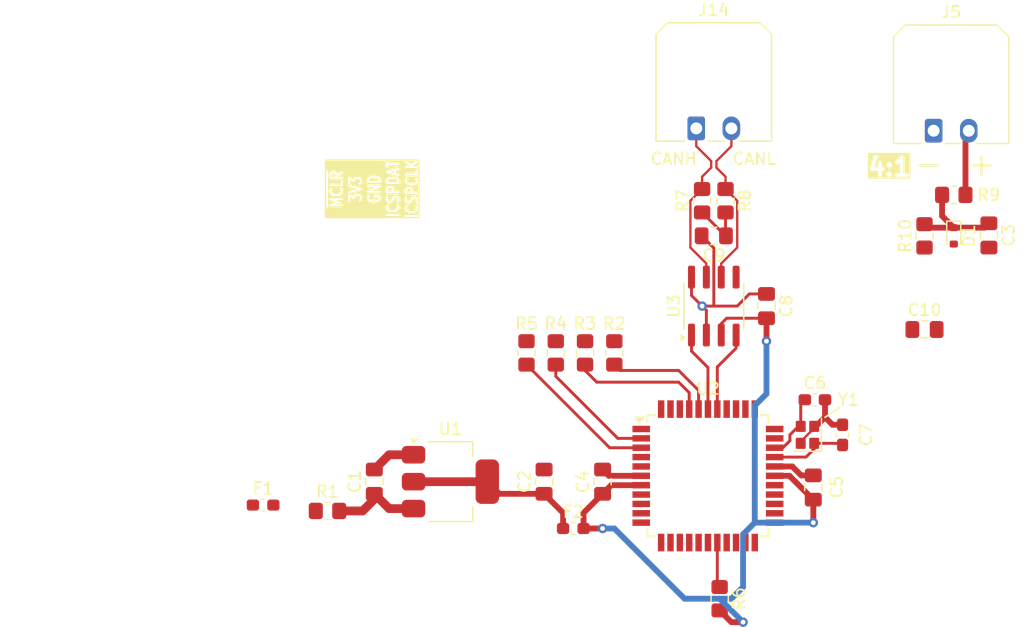
<source format=kicad_pcb>
(kicad_pcb (version 20240108) (generator "pcbnew") (generator_version "8.0")
  (layers (0 "F.Cu" signal) (31 "B.Cu" signal) (34 "B.Paste" user) (35 "F.Paste" user) (36 "B.SilkS" user "B.Silkscreen") (37 "F.SilkS" user "F.Silkscreen") (38 "B.Mask" user) (39 "F.Mask" user) (44 "Edge.Cuts" user))
  (net 0 "")
  (net 1 "GND")
  (net 2 "+3V3")
  (net 3 "Net-(U2-RA6)")
  (net 4 "Net-(U2-RA7)")
  (net 5 "Net-(J1-Pin_1)")
  (net 6 "+12V")
  (net 7 "Net-(U2-RD2)")
  (net 8 "Net-(U2-RD3)")
  (net 9 "Net-(U2-RD4)")
  (net 10 "Net-(U2-RD5)")
  (net 11 "/~{MCLR}")
  (net 12 "/CAN_RX")
  (net 16 "/ICSPDAT")
  (net 20 "/CAN_TX")
  (net 38 "/ICSPCLK")
  (net 46 "/Unfused 3V3")
  (net 47 "Net-(F1-Pad2)")
  (net 48 "/CAN+")
  (net 49 "/CAN-")
  (net 50 "/Decoupling")
  (net 51 "Net-(J5-Pin_2)")
  (net 52 "/4:1 P{slash}D")
  (footprint "Resistor_SMD:R_0805_2012Metric_Pad1.20x1.40mm_HandSolder" (layer "F.Cu") (at 137 89.5 90)
    (property "Reference" "R4" (at 2.5 0 180) (layer "F.SilkS"))
    (property "Value" "0")
    (fp_line (start -0.227064 -0.735) (end 0.227064 -0.735) (stroke (width 0.12)) (layer "F.SilkS"))
    (fp_line (start -0.227064 0.735) (end 0.227064 0.735) (stroke (width 0.12)) (layer "F.SilkS"))
    (pad "1" smd roundrect (at -1 0 90) (size 1.2 1.4) (layers "F.Cu" "F.Paste" "F.Mask") (roundrect_rratio 0.208333) (net 9 "Net-(U2-RD4)"))
    (pad "2" smd roundrect (at 1 0 90) (size 1.2 1.4) (layers "F.Cu" "F.Paste" "F.Mask") (roundrect_rratio 0.208333) (net 1 "GND"))
  )
  (footprint "Diode_SMD:D_SOD-523" (layer "F.Cu") (at 171 79.5 -90)
    (property "Reference" "D1" (at 0 -1.3 90) (layer "F.SilkS"))
    (property "Value" "BZT585B3V3T-7")
    (fp_line (start 0.7 0.6) (end -1.26 0.6) (stroke (width 0.12)) (layer "F.SilkS"))
    (fp_line (start -1.26 -0.6) (end -1.26 0.6) (stroke (width 0.12)) (layer "F.SilkS"))
    (fp_line (start 0.7 -0.6) (end -1.26 -0.6) (stroke (width 0.12)) (layer "F.SilkS"))
    (pad "1" smd roundrect (at -0.7 0 90) (size 0.6 0.7) (layers "F.Cu" "F.Paste" "F.Mask") (net 52 "/4:1 P{slash}D"))
    (pad "2" smd roundrect (at 0.7 0 90) (size 0.6 0.7) (layers "F.Cu" "F.Paste" "F.Mask") (net 1 "GND"))
  )
  (footprint "Resistor_SMD:R_0805_2012Metric_Pad1.20x1.40mm_HandSolder" (layer "F.Cu") (at 134.5 89.5 90)
    (property "Reference" "R5" (at 2.5 0 180) (layer "F.SilkS"))
    (property "Value" "0")
    (fp_line (start -0.227064 -0.735) (end 0.227064 -0.735) (stroke (width 0.12)) (layer "F.SilkS"))
    (fp_line (start -0.227064 0.735) (end 0.227064 0.735) (stroke (width 0.12)) (layer "F.SilkS"))
    (pad "1" smd roundrect (at -1 0 90) (size 1.2 1.4) (layers "F.Cu" "F.Paste" "F.Mask") (roundrect_rratio 0.208333) (net 10 "Net-(U2-RD5)"))
    (pad "2" smd roundrect (at 1 0 90) (size 1.2 1.4) (layers "F.Cu" "F.Paste" "F.Mask") (roundrect_rratio 0.208333) (net 1 "GND"))
  )
  (footprint "Capacitor_SMD:C_0805_2012Metric_Pad1.18x1.45mm_HandSolder" (layer "F.Cu") (at 150.5 79.5 180)
    (property "Reference" "C9" (at 0 -1.68 360) (layer "F.SilkS"))
    (property "Value" "4n7")
    (fp_line (start -0.261252 0.735) (end 0.261252 0.735) (stroke (width 0.12)) (layer "F.SilkS"))
    (fp_line (start -0.261252 -0.735) (end 0.261252 -0.735) (stroke (width 0.12)) (layer "F.SilkS"))
    (pad "1" smd roundrect (at -1.0375 0 180) (size 1.175 1.45) (layers "F.Cu" "F.Paste" "F.Mask") (roundrect_rratio 0.212766) (net 50 "/Decoupling"))
    (pad "2" smd roundrect (at 1.0375 0 180) (size 1.175 1.45) (layers "F.Cu" "F.Paste" "F.Mask") (roundrect_rratio 0.212766) (net 1 "GND"))
  )
  (footprint "Connector_Molex:Molex_Micro-Fit_3.0_43650-0200_1x02_P3.00mm_Horizontal" (layer "F.Cu") (at 149 70.32)
    (property "Reference" "J14" (at 1.5 -10.12 0) (layer "F.SilkS"))
    (property "Value" "Conn_01x02_Pin")
    (fp_line (start -3.435 -8.03) (end -2.435 -9.03) (stroke (width 0.12)) (layer "F.SilkS"))
    (fp_line (start -3.435 1.09) (end -3.435 -8.03) (stroke (width 0.12)) (layer "F.SilkS"))
    (fp_line (start -3.435 1.09) (end -1.01 1.09) (stroke (width 0.12)) (layer "F.SilkS"))
    (fp_line (start -2.435 -9.03) (end 5.435 -9.03) (stroke (width 0.12)) (layer "F.SilkS"))
    (fp_line (start 1.01 1.09) (end 2.348233 1.09) (stroke (width 0.12)) (layer "F.SilkS"))
    (fp_line (start 5.435 -9.03) (end 6.435 -8.03) (stroke (width 0.12)) (layer "F.SilkS"))
    (fp_line (start 6.435 -8.03) (end 6.435 1.09) (stroke (width 0.12)) (layer "F.SilkS"))
    (fp_line (start 6.435 1.09) (end 3.651767 1.09) (stroke (width 0.12)) (layer "F.SilkS"))
    (pad "" np_thru_hole circle (at 1.5 -4.32) (size 3 3) (drill 3) (layers "*.Cu" "*.Mask"))
    (pad "1" thru_hole roundrect (at 0 0) (size 1.5 2.02) (drill 1.02) (layers "*.Cu" "*.Mask") (roundrect_rratio 0.166667) (net 48 "/CAN+"))
    (pad "2" thru_hole oval (at 3 0) (size 1.5 2.02) (drill 1.02) (layers "*.Cu" "*.Mask") (net 49 "/CAN-"))
  )
  (footprint "Connector_Molex:Molex_Micro-Fit_3.0_43650-0200_1x02_P3.00mm_Horizontal" (layer "F.Cu") (at 169.28 70.52)
    (property "Reference" "J5" (at 1.5 -10.12 0) (layer "F.SilkS"))
    (property "Value" "Conn_01x02_Pin")
    (fp_line (start -3.435 -8.03) (end -2.435 -9.03) (stroke (width 0.12)) (layer "F.SilkS"))
    (fp_line (start -3.435 1.09) (end -3.435 -8.03) (stroke (width 0.12)) (layer "F.SilkS"))
    (fp_line (start -3.435 1.09) (end -1.01 1.09) (stroke (width 0.12)) (layer "F.SilkS"))
    (fp_line (start -2.435 -9.03) (end 5.435 -9.03) (stroke (width 0.12)) (layer "F.SilkS"))
    (fp_line (start 1.01 1.09) (end 2.348233 1.09) (stroke (width 0.12)) (layer "F.SilkS"))
    (fp_line (start 5.435 -9.03) (end 6.435 -8.03) (stroke (width 0.12)) (layer "F.SilkS"))
    (fp_line (start 6.435 -8.03) (end 6.435 1.09) (stroke (width 0.12)) (layer "F.SilkS"))
    (fp_line (start 6.435 1.09) (end 3.651767 1.09) (stroke (width 0.12)) (layer "F.SilkS"))
    (pad "" np_thru_hole circle (at 1.5 -4.32) (size 3 3) (drill 3) (layers "*.Cu" "*.Mask"))
    (pad "1" thru_hole roundrect (at 0 0) (size 1.5 2.02) (drill 1.02) (layers "*.Cu" "*.Mask") (roundrect_rratio 0.166667) (net 1 "GND"))
    (pad "2" thru_hole oval (at 3 0) (size 1.5 2.02) (drill 1.02) (layers "*.Cu" "*.Mask") (net 51 "Net-(J5-Pin_2)"))
  )
  (footprint "Package_QFP:TQFP-44_10x10mm_P0.8mm" (layer "F.Cu") (at 150 100)
    (property "Reference" "U2" (at 0 -7.45 0) (layer "F.SilkS"))
    (property "Value" "PIC18F47Q84-I/PT")
    (fp_line (start -5.175 -5.175) (end -5.175 -4.56) (stroke (width 0.15)) (layer "F.SilkS"))
    (fp_line (start -5.175 -5.175) (end -4.5 -5.175) (stroke (width 0.15)) (layer "F.SilkS"))
    (fp_line (start -5.175 5.175) (end -5.175 4.5) (stroke (width 0.15)) (layer "F.SilkS"))
    (fp_line (start -5.175 5.175) (end -4.5 5.175) (stroke (width 0.15)) (layer "F.SilkS"))
    (fp_line (start 5.175 -5.175) (end 4.5 -5.175) (stroke (width 0.15)) (layer "F.SilkS"))
    (fp_line (start 5.175 -5.175) (end 5.175 -4.5) (stroke (width 0.15)) (layer "F.SilkS"))
    (fp_line (start 5.175 5.175) (end 4.5 5.175) (stroke (width 0.15)) (layer "F.SilkS"))
    (fp_line (start 5.175 5.175) (end 5.175 4.5) (stroke (width 0.15)) (layer "F.SilkS"))
    (fp_poly (pts (xy -5.86 -4.54) (xy -6.2 -5.01) (xy -5.52 -5.01) (xy -5.86 -4.54)) (stroke (width 0.12)) (fill solid) (layer "F.SilkS"))
    (pad "1" smd rect (at -5.7 -4) (size 1.5 0.55) (layers "F.Cu" "F.Paste" "F.Mask"))
    (pad "2" smd rect (at -5.7 -3.2) (size 1.5 0.55) (layers "F.Cu" "F.Paste" "F.Mask") (net 9 "Net-(U2-RD4)"))
    (pad "3" smd rect (at -5.7 -2.4) (size 1.5 0.55) (layers "F.Cu" "F.Paste" "F.Mask") (net 10 "Net-(U2-RD5)"))
    (pad "4" smd rect (at -5.7 -1.6) (size 1.5 0.55) (layers "F.Cu" "F.Paste" "F.Mask"))
    (pad "5" smd rect (at -5.7 -0.8) (size 1.5 0.55) (layers "F.Cu" "F.Paste" "F.Mask"))
    (pad "6" smd rect (at -5.7 0) (size 1.5 0.55) (layers "F.Cu" "F.Paste" "F.Mask") (net 1 "GND"))
    (pad "7" smd rect (at -5.7 0.8) (size 1.5 0.55) (layers "F.Cu" "F.Paste" "F.Mask") (net 2 "+3V3"))
    (pad "8" smd rect (at -5.7 1.6) (size 1.5 0.55) (layers "F.Cu" "F.Paste" "F.Mask"))
    (pad "9" smd rect (at -5.7 2.4) (size 1.5 0.55) (layers "F.Cu" "F.Paste" "F.Mask"))
    (pad "10" smd rect (at -5.7 3.2) (size 1.5 0.55) (layers "F.Cu" "F.Paste" "F.Mask"))
    (pad "11" smd rect (at -5.7 4) (size 1.5 0.55) (layers "F.Cu" "F.Paste" "F.Mask"))
    (pad "12" smd rect (at -4 5.7 90) (size 1.5 0.55) (layers "F.Cu" "F.Paste" "F.Mask"))
    (pad "13" smd rect (at -3.2 5.7 90) (size 1.5 0.55) (layers "F.Cu" "F.Paste" "F.Mask"))
    (pad "14" smd rect (at -2.4 5.7 90) (size 1.5 0.55) (layers "F.Cu" "F.Paste" "F.Mask"))
    (pad "15" smd rect (at -1.6 5.7 90) (size 1.5 0.55) (layers "F.Cu" "F.Paste" "F.Mask"))
    (pad "16" smd rect (at -0.8 5.7 90) (size 1.5 0.55) (layers "F.Cu" "F.Paste" "F.Mask") (net 38 "/ICSPCLK"))
    (pad "17" smd rect (at 0 5.7 90) (size 1.5 0.55) (layers "F.Cu" "F.Paste" "F.Mask") (net 16 "/ICSPDAT"))
    (pad "18" smd rect (at 0.8 5.7 90) (size 1.5 0.55) (layers "F.Cu" "F.Paste" "F.Mask") (net 11 "/~{MCLR}"))
    (pad "19" smd rect (at 1.6 5.7 90) (size 1.5 0.55) (layers "F.Cu" "F.Paste" "F.Mask"))
    (pad "20" smd rect (at 2.4 5.7 90) (size 1.5 0.55) (layers "F.Cu" "F.Paste" "F.Mask"))
    (pad "21" smd rect (at 3.2 5.7 90) (size 1.5 0.55) (layers "F.Cu" "F.Paste" "F.Mask"))
    (pad "22" smd rect (at 4 5.7 90) (size 1.5 0.55) (layers "F.Cu" "F.Paste" "F.Mask"))
    (pad "23" smd rect (at 5.7 4) (size 1.5 0.55) (layers "F.Cu" "F.Paste" "F.Mask"))
    (pad "24" smd rect (at 5.7 3.2) (size 1.5 0.55) (layers "F.Cu" "F.Paste" "F.Mask"))
    (pad "25" smd rect (at 5.7 2.4) (size 1.5 0.55) (layers "F.Cu" "F.Paste" "F.Mask"))
    (pad "26" smd rect (at 5.7 1.6) (size 1.5 0.55) (layers "F.Cu" "F.Paste" "F.Mask"))
    (pad "27" smd rect (at 5.7 0.8) (size 1.5 0.55) (layers "F.Cu" "F.Paste" "F.Mask"))
    (pad "28" smd rect (at 5.7 0) (size 1.5 0.55) (layers "F.Cu" "F.Paste" "F.Mask") (net 2 "+3V3"))
    (pad "29" smd rect (at 5.7 -0.8) (size 1.5 0.55) (layers "F.Cu" "F.Paste" "F.Mask") (net 1 "GND"))
    (pad "30" smd rect (at 5.7 -1.6) (size 1.5 0.55) (layers "F.Cu" "F.Paste" "F.Mask") (net 4 "Net-(U2-RA7)"))
    (pad "31" smd rect (at 5.7 -2.4) (size 1.5 0.55) (layers "F.Cu" "F.Paste" "F.Mask") (net 3 "Net-(U2-RA6)"))
    (pad "32" smd rect (at 5.7 -3.2) (size 1.5 0.55) (layers "F.Cu" "F.Paste" "F.Mask"))
    (pad "33" smd rect (at 5.7 -4) (size 1.5 0.55) (layers "F.Cu" "F.Paste" "F.Mask"))
    (pad "34" smd rect (at 4 -5.7 90) (size 1.5 0.55) (layers "F.Cu" "F.Paste" "F.Mask"))
    (pad "35" smd rect (at 3.2 -5.7 90) (size 1.5 0.55) (layers "F.Cu" "F.Paste" "F.Mask"))
    (pad "36" smd rect (at 2.4 -5.7 90) (size 1.5 0.55) (layers "F.Cu" "F.Paste" "F.Mask"))
    (pad "37" smd rect (at 1.6 -5.7 90) (size 1.5 0.55) (layers "F.Cu" "F.Paste" "F.Mask"))
    (pad "38" smd rect (at 0.8 -5.7 90) (size 1.5 0.55) (layers "F.Cu" "F.Paste" "F.Mask") (net 12 "/CAN_RX"))
    (pad "39" smd rect (at 0 -5.7 90) (size 1.5 0.55) (layers "F.Cu" "F.Paste" "F.Mask") (net 20 "/CAN_TX"))
    (pad "40" smd rect (at -0.8 -5.7 90) (size 1.5 0.55) (layers "F.Cu" "F.Paste" "F.Mask") (net 7 "Net-(U2-RD2)"))
    (pad "41" smd rect (at -1.6 -5.7 90) (size 1.5 0.55) (layers "F.Cu" "F.Paste" "F.Mask") (net 8 "Net-(U2-RD3)"))
    (pad "42" smd rect (at -2.4 -5.7 90) (size 1.5 0.55) (layers "F.Cu" "F.Paste" "F.Mask"))
    (pad "43" smd rect (at -3.2 -5.7 90) (size 1.5 0.55) (layers "F.Cu" "F.Paste" "F.Mask"))
    (pad "44" smd rect (at -4 -5.7 90) (size 1.5 0.55) (layers "F.Cu" "F.Paste" "F.Mask"))
  )
  (footprint "Capacitor_SMD:C_0805_2012Metric_Pad1.18x1.45mm_HandSolder" (layer "F.Cu") (at 174 79.4625 -90)
    (property "Reference" "C3" (at 0 -1.68 90) (layer "F.SilkS"))
    (property "Value" "100n")
    (fp_line (start -0.261252 0.735) (end 0.261252 0.735) (stroke (width 0.12)) (layer "F.SilkS"))
    (fp_line (start -0.261252 -0.735) (end 0.261252 -0.735) (stroke (width 0.12)) (layer "F.SilkS"))
    (pad "1" smd roundrect (at -1.0375 0 270) (size 1.175 1.45) (layers "F.Cu" "F.Paste" "F.Mask") (roundrect_rratio 0.212766) (net 52 "/4:1 P{slash}D"))
    (pad "2" smd roundrect (at 1.0375 0 270) (size 1.175 1.45) (layers "F.Cu" "F.Paste" "F.Mask") (roundrect_rratio 0.212766) (net 1 "GND"))
  )
  (footprint "Capacitor_SMD:C_0805_2012Metric_Pad1.18x1.45mm_HandSolder" (layer "F.Cu") (at 159 101 90)
    (property "Reference" "C5" (at 0.0375 2 90) (layer "F.SilkS"))
    (property "Value" "100n")
    (fp_line (start -0.261252 -0.735) (end 0.261252 -0.735) (stroke (width 0.12)) (layer "F.SilkS"))
    (fp_line (start -0.261252 0.735) (end 0.261252 0.735) (stroke (width 0.12)) (layer "F.SilkS"))
    (pad "1" smd roundrect (at -1.0375 0 90) (size 1.175 1.45) (layers "F.Cu" "F.Paste" "F.Mask") (roundrect_rratio 0.212766) (net 2 "+3V3"))
    (pad "2" smd roundrect (at 1.0375 0 90) (size 1.175 1.45) (layers "F.Cu" "F.Paste" "F.Mask") (roundrect_rratio 0.212766) (net 1 "GND"))
  )
  (footprint "Package_TO_SOT_SMD:SOT-223-3_TabPin2" (layer "F.Cu") (at 128 100.5)
    (property "Reference" "U1" (at 0 -4.5 0) (layer "F.SilkS"))
    (property "Value" "AZ1117CH-3.3TRG1")
    (fp_line (start -1.85 -3.41) (end 1.91 -3.41) (stroke (width 0.12)) (layer "F.SilkS"))
    (fp_line (start -1.85 3.41) (end 1.91 3.41) (stroke (width 0.12)) (layer "F.SilkS"))
    (fp_line (start 1.91 -3.41) (end 1.91 -2.15) (stroke (width 0.12)) (layer "F.SilkS"))
    (fp_line (start 1.91 3.41) (end 1.91 2.15) (stroke (width 0.12)) (layer "F.SilkS"))
    (fp_poly (pts (xy -3.13 -3.31) (xy -3.37 -3.64) (xy -2.89 -3.64) (xy -3.13 -3.31)) (stroke (width 0.12)) (fill solid) (layer "F.SilkS"))
    (pad "1" smd roundrect (at -3.15 -2.3) (size 2 1.5) (layers "F.Cu" "F.Paste" "F.Mask") (net 1 "GND"))
    (pad "2" smd roundrect (at -3.15 0) (size 2 1.5) (layers "F.Cu" "F.Paste" "F.Mask") (net 46 "/Unfused 3V3"))
    (pad "2" smd roundrect (at 3.15 0) (size 2 3.8) (layers "F.Cu" "F.Paste" "F.Mask") (net 46 "/Unfused 3V3"))
    (pad "3" smd roundrect (at -3.15 2.3) (size 2 1.5) (layers "F.Cu" "F.Paste" "F.Mask") (net 6 "+12V"))
  )
  (footprint "Resistor_SMD:R_0805_2012Metric_Pad1.20x1.40mm_HandSolder" (layer "F.Cu") (at 171 76)
    (property "Reference" "R9" (at 3 0 360) (layer "F.SilkS"))
    (property "Value" "40k")
    (fp_line (start -0.227064 -0.735) (end 0.227064 -0.735) (stroke (width 0.12)) (layer "F.SilkS"))
    (fp_line (start -0.227064 0.735) (end 0.227064 0.735) (stroke (width 0.12)) (layer "F.SilkS"))
    (pad "1" smd roundrect (at -1 0) (size 1.2 1.4) (layers "F.Cu" "F.Paste" "F.Mask") (roundrect_rratio 0.208333) (net 52 "/4:1 P{slash}D"))
    (pad "2" smd roundrect (at 1 0) (size 1.2 1.4) (layers "F.Cu" "F.Paste" "F.Mask") (roundrect_rratio 0.208333) (net 51 "Net-(J5-Pin_2)"))
  )
  (footprint "Fuse:Fuse_0603_1608Metric_Pad1.05x0.95mm_HandSolder" (layer "F.Cu") (at 112 102.5)
    (property "Reference" "F1" (at 0 -1.43 0) (layer "F.SilkS"))
    (property "Value" "T0603FF0250TM")
    (fp_line (start -0.171267 -0.51) (end 0.171267 -0.51) (stroke (width 0.12)) (layer "F.SilkS"))
    (fp_line (start -0.171267 0.51) (end 0.171267 0.51) (stroke (width 0.12)) (layer "F.SilkS"))
    (pad "1" smd roundrect (at -0.875 0) (size 1.05 0.95) (layers "F.Cu" "F.Paste" "F.Mask") (net 5 "Net-(J1-Pin_1)"))
    (pad "2" smd roundrect (at 0.875 0) (size 1.05 0.95) (layers "F.Cu" "F.Paste" "F.Mask") (net 47 "Net-(F1-Pad2)"))
  )
  (footprint "Resistor_SMD:R_0805_2012Metric_Pad1.20x1.40mm_HandSolder" (layer "F.Cu") (at 151 110.5 -90)
    (property "Reference" "R6" (at 0 -1.65 90) (layer "F.SilkS"))
    (property "Value" "10k")
    (fp_line (start -0.227064 0.735) (end 0.227064 0.735) (stroke (width 0.12)) (layer "F.SilkS"))
    (fp_line (start -0.227064 -0.735) (end 0.227064 -0.735) (stroke (width 0.12)) (layer "F.SilkS"))
    (pad "1" smd roundrect (at -1 0 270) (size 1.2 1.4) (layers "F.Cu" "F.Paste" "F.Mask") (roundrect_rratio 0.208333) (net 11 "/~{MCLR}"))
    (pad "2" smd roundrect (at 1 0 270) (size 1.2 1.4) (layers "F.Cu" "F.Paste" "F.Mask") (roundrect_rratio 0.208333) (net 2 "+3V3"))
  )
  (footprint "Resistor_SMD:R_0805_2012Metric_Pad1.20x1.40mm_HandSolder" (layer "F.Cu") (at 168.5 79.5 90)
    (property "Reference" "R10" (at 0 -1.65 90) (layer "F.SilkS"))
    (property "Value" "10k")
    (fp_line (start -0.227064 -0.735) (end 0.227064 -0.735) (stroke (width 0.12)) (layer "F.SilkS"))
    (fp_line (start -0.227064 0.735) (end 0.227064 0.735) (stroke (width 0.12)) (layer "F.SilkS"))
    (pad "1" smd roundrect (at -1 0 90) (size 1.2 1.4) (layers "F.Cu" "F.Paste" "F.Mask") (roundrect_rratio 0.208333) (net 1 "GND"))
    (pad "2" smd roundrect (at 1 0 90) (size 1.2 1.4) (layers "F.Cu" "F.Paste" "F.Mask") (roundrect_rratio 0.208333) (net 52 "/4:1 P{slash}D"))
  )
  (footprint "Capacitor_SMD:C_0603_1608Metric_Pad1.08x0.95mm_HandSolder" (layer "F.Cu") (at 161.5 96.5 90)
    (property "Reference" "C7" (at 0 2 90) (layer "F.SilkS"))
    (property "Value" "10p")
    (fp_line (start -0.146267 -0.51) (end 0.146267 -0.51) (stroke (width 0.12)) (layer "F.SilkS"))
    (fp_line (start -0.146267 0.51) (end 0.146267 0.51) (stroke (width 0.12)) (layer "F.SilkS"))
    (pad "1" smd roundrect (at -0.8625 0 90) (size 1.075 0.95) (layers "F.Cu" "F.Paste" "F.Mask") (net 4 "Net-(U2-RA7)"))
    (pad "2" smd roundrect (at 0.8625 0 90) (size 1.075 0.95) (layers "F.Cu" "F.Paste" "F.Mask") (net 1 "GND"))
  )
  (footprint "Resistor_SMD:R_0805_2012Metric_Pad1.20x1.40mm_HandSolder" (layer "F.Cu") (at 149.5 76.5 90)
    (property "Reference" "R7" (at 0 -1.65 90) (layer "F.SilkS"))
    (property "Value" "60R")
    (fp_line (start -0.227064 -0.735) (end 0.227064 -0.735) (stroke (width 0.12)) (layer "F.SilkS"))
    (fp_line (start -0.227064 0.735) (end 0.227064 0.735) (stroke (width 0.12)) (layer "F.SilkS"))
    (pad "1" smd roundrect (at -1 0 90) (size 1.2 1.4) (layers "F.Cu" "F.Paste" "F.Mask") (roundrect_rratio 0.208333) (net 50 "/Decoupling"))
    (pad "2" smd roundrect (at 1 0 90) (size 1.2 1.4) (layers "F.Cu" "F.Paste" "F.Mask") (roundrect_rratio 0.208333) (net 48 "/CAN+"))
  )
  (footprint "Capacitor_SMD:C_0805_2012Metric_Pad1.18x1.45mm_HandSolder" (layer "F.Cu") (at 121.5 100.5 90)
    (property "Reference" "C1" (at 0 -1.68 90) (layer "F.SilkS"))
    (property "Value" "10u")
    (fp_line (start -0.261252 -0.735) (end 0.261252 -0.735) (stroke (width 0.12)) (layer "F.SilkS"))
    (fp_line (start -0.261252 0.735) (end 0.261252 0.735) (stroke (width 0.12)) (layer "F.SilkS"))
    (pad "1" smd roundrect (at -1.0375 0 90) (size 1.175 1.45) (layers "F.Cu" "F.Paste" "F.Mask") (roundrect_rratio 0.212766) (net 6 "+12V"))
    (pad "2" smd roundrect (at 1.0375 0 90) (size 1.175 1.45) (layers "F.Cu" "F.Paste" "F.Mask") (roundrect_rratio 0.212766) (net 1 "GND"))
  )
  (footprint "Fuse:Fuse_0603_1608Metric_Pad1.05x0.95mm_HandSolder" (layer "F.Cu") (at 138.5 104.5)
    (property "Reference" "F2" (at 0 -1.43 0) (layer "F.SilkS"))
    (property "Value" "T0603FF0250TM")
    (fp_line (start -0.171267 -0.51) (end 0.171267 -0.51) (stroke (width 0.12)) (layer "F.SilkS"))
    (fp_line (start -0.171267 0.51) (end 0.171267 0.51) (stroke (width 0.12)) (layer "F.SilkS"))
    (pad "1" smd roundrect (at -0.875 0) (size 1.05 0.95) (layers "F.Cu" "F.Paste" "F.Mask") (net 46 "/Unfused 3V3"))
    (pad "2" smd roundrect (at 0.875 0) (size 1.05 0.95) (layers "F.Cu" "F.Paste" "F.Mask") (net 2 "+3V3"))
  )
  (footprint "Resistor_SMD:R_0805_2012Metric_Pad1.20x1.40mm_HandSolder" (layer "F.Cu") (at 117.5 103)
    (property "Reference" "R1" (at 0 -1.65 0) (layer "F.SilkS"))
    (property "Value" "12")
    (fp_line (start -0.227064 -0.735) (end 0.227064 -0.735) (stroke (width 0.12)) (layer "F.SilkS"))
    (fp_line (start -0.227064 0.735) (end 0.227064 0.735) (stroke (width 0.12)) (layer "F.SilkS"))
    (pad "1" smd roundrect (at -1 0) (size 1.2 1.4) (layers "F.Cu" "F.Paste" "F.Mask") (roundrect_rratio 0.208333) (net 47 "Net-(F1-Pad2)"))
    (pad "2" smd roundrect (at 1 0) (size 1.2 1.4) (layers "F.Cu" "F.Paste" "F.Mask") (roundrect_rratio 0.208333) (net 6 "+12V"))
  )
  (footprint "Capacitor_SMD:C_0805_2012Metric_Pad1.18x1.45mm_HandSolder" (layer "F.Cu") (at 155 85.5 -90)
    (property "Reference" "C8" (at 0 -1.68 90) (layer "F.SilkS"))
    (property "Value" "100n")
    (fp_line (start -0.261252 0.735) (end 0.261252 0.735) (stroke (width 0.12)) (layer "F.SilkS"))
    (fp_line (start -0.261252 -0.735) (end 0.261252 -0.735) (stroke (width 0.12)) (layer "F.SilkS"))
    (pad "1" smd roundrect (at -1.0375 0 270) (size 1.175 1.45) (layers "F.Cu" "F.Paste" "F.Mask") (roundrect_rratio 0.212766) (net 1 "GND"))
    (pad "2" smd roundrect (at 1.0375 0 270) (size 1.175 1.45) (layers "F.Cu" "F.Paste" "F.Mask") (roundrect_rratio 0.212766) (net 2 "+3V3"))
  )
  (footprint "Crystal:Crystal_SMD_SeikoEpson_FA128-4Pin_2.0x1.6mm" (layer "F.Cu") (at 158.5 96.5 90)
    (property "Reference" "Y1" (at 3 3.5 180) (layer "F.SilkS"))
    (property "Value" "40MHz")
    (fp_line (start -1.4 -1.2) (end -1.4 1.2) (stroke (width 0.12)) (layer "F.SilkS"))
    (fp_line (start -1.4 1.2) (end 1.4 1.2) (stroke (width 0.12)) (layer "F.SilkS"))
    (pad "1" smd roundrect (at -0.725 0.575 90) (size 0.95 0.85) (layers "F.Cu" "F.Paste" "F.Mask") (roundrect_rratio 0.12) (net 4 "Net-(U2-RA7)"))
    (pad "2" smd roundrect (at 0.725 0.575 90) (size 0.95 0.85) (layers "F.Cu" "F.Paste" "F.Mask") (roundrect_rratio 0.12) (net 1 "GND"))
    (pad "3" smd roundrect (at 0.725 -0.575 90) (size 0.95 0.85) (layers "F.Cu" "F.Paste" "F.Mask") (roundrect_rratio 0.12) (net 3 "Net-(U2-RA6)"))
    (pad "4" smd roundrect (at -0.725 -0.575 90) (size 0.95 0.85) (layers "F.Cu" "F.Paste" "F.Mask") (roundrect_rratio 0.12) (net 1 "GND"))
  )
  (footprint "Capacitor_SMD:C_0603_1608Metric_Pad1.08x0.95mm_HandSolder" (layer "F.Cu") (at 159.1375 93.5)
    (property "Reference" "C6" (at 0 -1.43 0) (layer "F.SilkS"))
    (property "Value" "10p")
    (fp_line (start -0.146267 -0.51) (end 0.146267 -0.51) (stroke (width 0.12)) (layer "F.SilkS"))
    (fp_line (start -0.146267 0.51) (end 0.146267 0.51) (stroke (width 0.12)) (layer "F.SilkS"))
    (pad "1" smd roundrect (at -0.8625 0) (size 1.075 0.95) (layers "F.Cu" "F.Paste" "F.Mask") (net 3 "Net-(U2-RA6)"))
    (pad "2" smd roundrect (at 0.8625 0) (size 1.075 0.95) (layers "F.Cu" "F.Paste" "F.Mask") (net 1 "GND"))
  )
  (footprint "Capacitor_SMD:C_0805_2012Metric_Pad1.18x1.45mm_HandSolder" (layer "F.Cu") (at 168.5 87.5)
    (property "Reference" "C10" (at 0 -1.68 0) (layer "F.SilkS"))
    (property "Value" "10u")
    (fp_line (start -0.261252 -0.735) (end 0.261252 -0.735) (stroke (width 0.12)) (layer "F.SilkS"))
    (fp_line (start -0.261252 0.735) (end 0.261252 0.735) (stroke (width 0.12)) (layer "F.SilkS"))
    (pad "1" smd roundrect (at -1.0375 0) (size 1.175 1.45) (layers "F.Cu" "F.Paste" "F.Mask") (roundrect_rratio 0.212766) (net 2 "+3V3"))
    (pad "2" smd roundrect (at 1.0375 0) (size 1.175 1.45) (layers "F.Cu" "F.Paste" "F.Mask") (roundrect_rratio 0.212766) (net 1 "GND"))
  )
  (footprint "Resistor_SMD:R_0805_2012Metric_Pad1.20x1.40mm_HandSolder" (layer "F.Cu") (at 142 89.5 90)
    (property "Reference" "R2" (at 2.5 0 180) (layer "F.SilkS"))
    (property "Value" "0")
    (fp_line (start -0.227064 -0.735) (end 0.227064 -0.735) (stroke (width 0.12)) (layer "F.SilkS"))
    (fp_line (start -0.227064 0.735) (end 0.227064 0.735) (stroke (width 0.12)) (layer "F.SilkS"))
    (pad "1" smd roundrect (at -1 0 90) (size 1.2 1.4) (layers "F.Cu" "F.Paste" "F.Mask") (roundrect_rratio 0.208333) (net 7 "Net-(U2-RD2)"))
    (pad "2" smd roundrect (at 1 0 90) (size 1.2 1.4) (layers "F.Cu" "F.Paste" "F.Mask") (roundrect_rratio 0.208333) (net 1 "GND"))
  )
  (footprint "Capacitor_SMD:C_0805_2012Metric_Pad1.18x1.45mm_HandSolder" (layer "F.Cu") (at 141 100.5 90)
    (property "Reference" "C4" (at 0 -1.68 90) (layer "F.SilkS"))
    (property "Value" "100n")
    (fp_line (start -0.261252 -0.735) (end 0.261252 -0.735) (stroke (width 0.12)) (layer "F.SilkS"))
    (fp_line (start -0.261252 0.735) (end 0.261252 0.735) (stroke (width 0.12)) (layer "F.SilkS"))
    (pad "1" smd roundrect (at -1.0375 0 90) (size 1.175 1.45) (layers "F.Cu" "F.Paste" "F.Mask") (roundrect_rratio 0.212766) (net 2 "+3V3"))
    (pad "2" smd roundrect (at 1.0375 0 90) (size 1.175 1.45) (layers "F.Cu" "F.Paste" "F.Mask") (roundrect_rratio 0.212766) (net 1 "GND"))
  )
  (footprint "Resistor_SMD:R_0805_2012Metric_Pad1.20x1.40mm_HandSolder" (layer "F.Cu") (at 139.5 89.5 90)
    (property "Reference" "R3" (at 2.5 0 180) (layer "F.SilkS"))
    (property "Value" "0")
    (fp_line (start -0.227064 -0.735) (end 0.227064 -0.735) (stroke (width 0.12)) (layer "F.SilkS"))
    (fp_line (start -0.227064 0.735) (end 0.227064 0.735) (stroke (width 0.12)) (layer "F.SilkS"))
    (pad "1" smd roundrect (at -1 0 90) (size 1.2 1.4) (layers "F.Cu" "F.Paste" "F.Mask") (roundrect_rratio 0.208333) (net 8 "Net-(U2-RD3)"))
    (pad "2" smd roundrect (at 1 0 90) (size 1.2 1.4) (layers "F.Cu" "F.Paste" "F.Mask") (roundrect_rratio 0.208333) (net 1 "GND"))
  )
  (footprint "Capacitor_SMD:C_0805_2012Metric_Pad1.18x1.45mm_HandSolder" (layer "F.Cu") (at 136 100.5 90)
    (property "Reference" "C2" (at 0 -1.68 90) (layer "F.SilkS"))
    (property "Value" "10u")
    (fp_line (start -0.261252 -0.735) (end 0.261252 -0.735) (stroke (width 0.12)) (layer "F.SilkS"))
    (fp_line (start -0.261252 0.735) (end 0.261252 0.735) (stroke (width 0.12)) (layer "F.SilkS"))
    (pad "1" smd roundrect (at -1.0375 0 90) (size 1.175 1.45) (layers "F.Cu" "F.Paste" "F.Mask") (roundrect_rratio 0.212766) (net 46 "/Unfused 3V3"))
    (pad "2" smd roundrect (at 1.0375 0 90) (size 1.175 1.45) (layers "F.Cu" "F.Paste" "F.Mask") (roundrect_rratio 0.212766) (net 1 "GND"))
  )
  (footprint "Package_SO:SOIC-8_3.9x4.9mm_P1.27mm" (layer "F.Cu") (at 150.5 85.5 90)
    (property "Reference" "U3" (at 0 -3.4 90) (layer "F.SilkS"))
    (property "Value" "MAX3051ESA+")
    (fp_line (start 0 -2.56) (end 1.95 -2.56) (stroke (width 0.12)) (layer "F.SilkS"))
    (fp_line (start 0 -2.56) (end -1.95 -2.56) (stroke (width 0.12)) (layer "F.SilkS"))
    (fp_line (start 0 2.56) (end 1.95 2.56) (stroke (width 0.12)) (layer "F.SilkS"))
    (fp_line (start 0 2.56) (end -1.95 2.56) (stroke (width 0.12)) (layer "F.SilkS"))
    (fp_poly (pts (xy -2.7 -2.465) (xy -2.94 -2.795) (xy -2.46 -2.795) (xy -2.7 -2.465)) (stroke (width 0.12)) (fill solid) (layer "F.SilkS"))
    (pad "1" smd roundrect (at -2.475 -1.905 90) (size 1.95 0.6) (layers "F.Cu" "F.Paste" "F.Mask") (net 20 "/CAN_TX"))
    (pad "2" smd roundrect (at -2.475 -0.635 90) (size 1.95 0.6) (layers "F.Cu" "F.Paste" "F.Mask") (net 1 "GND"))
    (pad "3" smd roundrect (at -2.475 0.635 90) (size 1.95 0.6) (layers "F.Cu" "F.Paste" "F.Mask") (net 2 "+3V3"))
    (pad "4" smd roundrect (at -2.475 1.905 90) (size 1.95 0.6) (layers "F.Cu" "F.Paste" "F.Mask") (net 12 "/CAN_RX"))
    (pad "5" smd roundrect (at 2.475 1.905 90) (size 1.95 0.6) (layers "F.Cu" "F.Paste" "F.Mask"))
    (pad "6" smd roundrect (at 2.475 0.635 90) (size 1.95 0.6) (layers "F.Cu" "F.Paste" "F.Mask") (net 49 "/CAN-"))
    (pad "7" smd roundrect (at 2.475 -0.635 90) (size 1.95 0.6) (layers "F.Cu" "F.Paste" "F.Mask") (net 48 "/CAN+"))
    (pad "8" smd roundrect (at 2.475 -1.905 90) (size 1.95 0.6) (layers "F.Cu" "F.Paste" "F.Mask") (net 1 "GND"))
  )
  (footprint "Resistor_SMD:R_0805_2012Metric_Pad1.20x1.40mm_HandSolder" (layer "F.Cu") (at 151.5 76.5 -90)
    (property "Reference" "R8" (at 0 -1.65 90) (layer "F.SilkS"))
    (property "Value" "60R")
    (fp_line (start -0.227064 0.735) (end 0.227064 0.735) (stroke (width 0.12)) (layer "F.SilkS"))
    (fp_line (start -0.227064 -0.735) (end 0.227064 -0.735) (stroke (width 0.12)) (layer "F.SilkS"))
    (pad "1" smd roundrect (at -1 0 270) (size 1.2 1.4) (layers "F.Cu" "F.Paste" "F.Mask") (roundrect_rratio 0.208333) (net 49 "/CAN-"))
    (pad "2" smd roundrect (at 1 0 270) (size 1.2 1.4) (layers "F.Cu" "F.Paste" "F.Mask") (roundrect_rratio 0.208333) (net 50 "/Decoupling"))
  )
  (gr_line (start 161.2 94.2) (end 160 95) (stroke (width 0.15)) (layer "F.SilkS"))
  (gr_text "~{MCLR}\n3V3\nGND\nICSPDAT\nICSPCLK" (at 121.5 75.5 90) (layer "F.SilkS" knockout) (effects (font (size 1 0.8) (thickness 0.15) (bold yes))))
  (gr_text "+" (at 172 74.5 0) (layer "F.SilkS") (effects (font (size 2 2) (thickness 0.2) (bold yes)) (justify left bottom)))
  (gr_text "CANL" (at 152 73.5 0) (layer "F.SilkS") (effects (font (size 1 1)) (justify left bottom)))
  (gr_text "-" (at 167.5 74.5 0) (layer "F.SilkS") (effects (font (size 2 2) (thickness 0.2) (bold yes)) (justify left bottom)))
  (gr_text "4:1" (at 163.5 74.5 0) (layer "F.SilkS" knockout) (effects (font (size 1.5 1.5) (thickness 0.3) (bold yes)) (justify left bottom)))
  (gr_text "CANH" (at 145 73.5 0) (layer "F.SilkS") (effects (font (size 1 1)) (justify left bottom)))
  (segment (start 149.5 85.5) (end 150.5 85.5) (width 0.25) (layer "F.Cu") (net 1))
  (segment (start 149.865 85.865) (end 149.5 85.5) (width 0.25) (layer "F.Cu") (net 1))
  (segment (start 160 95) (end 160 93.5) (width 0.5) (layer "F.Cu") (net 1))
  (segment (start 157.9625 99.9625) (end 158.5 99.9625) (width 0.5) (layer "F.Cu") (net 1))
  (segment (start 141.5375 100) (end 144.3 100) (width 0.5) (layer "F.Cu") (net 1))
  (segment (start 157.925 97.072304) (end 159.075 95.922304) (width 0.2) (layer "F.Cu") (net 1))
  (segment (start 149.5 85.5) (end 148.595 84.595) (width 0.25) (layer "F.Cu") (net 1))
  (segment (start 150.5 85.5) (end 150.5 80.5375) (width 0.25) (layer "F.Cu") (net 1))
  (segment (start 159.075 95.922304) (end 159.075 95.775) (width 0.2) (layer "F.Cu") (net 1))
  (segment (start 159.225 95.775) (end 160 95) (width 0.5) (layer "F.Cu") (net 1))
  (segment (start 159.075 95.775) (end 159.225 95.775) (width 0.2) (layer "F.Cu") (net 1))
  (segment (start 152.5 85.5) (end 153.5375 84.4625) (width 0.25) (layer "F.Cu") (net 1))
  (segment (start 157.2 99.2) (end 157.9625 99.9625) (width 0.5) (layer "F.Cu") (net 1))
  (segment (start 122.7625 98.2) (end 124.85 98.2) (width 0.75) (layer "F.Cu") (net 1))
  (segment (start 149.865 87.975) (end 149.865 85.865) (width 0.25) (layer "F.Cu") (net 1))
  (segment (start 155.7 99.2) (end 157.2 99.2) (width 0.5) (layer "F.Cu") (net 1))
  (segment (start 153.5375 84.4625) (end 155 84.4625) (width 0.25) (layer "F.Cu") (net 1))
  (segment (start 141 99.4625) (end 141.5375 100) (width 0.5) (layer "F.Cu") (net 1))
  (segment (start 150.5 80.5375) (end 149.4625 79.5) (width 0.25) (layer "F.Cu") (net 1))
  (segment (start 121.5 99.4625) (end 122.7625 98.2) (width 0.75) (layer "F.Cu") (net 1))
  (segment (start 148.595 84.595) (end 148.595 83.025) (width 0.25) (layer "F.Cu") (net 1))
  (segment (start 157.925 97.225) (end 157.925 97.072304) (width 0.2) (layer "F.Cu") (net 1))
  (segment (start 160 95) (end 160.6375 95.6375) (width 0.5) (layer "F.Cu") (net 1))
  (segment (start 160.6375 95.6375) (end 161.5 95.6375) (width 0.5) (layer "F.Cu") (net 1))
  (segment (start 159.075 95.775) (end 159.075 95.927696) (width 0.25) (layer "F.Cu") (net 1))
  (segment (start 150.5 85.5) (end 152.5 85.5) (width 0.25) (layer "F.Cu") (net 1))
  (via (at 149.5 85.5) (size 0.8) (drill 0.4) (layers "F.Cu" "B.Cu") (net 1))
  (segment (start 153 112.5) (end 152 112.5) (width 0.5) (layer "F.Cu") (net 2))
  (segment (start 155.7 100) (end 156.9625 100) (width 0.5) (layer "F.Cu") (net 2))
  (segment (start 139.375 104.5) (end 141 104.5) (width 0.5) (layer "F.Cu") (net 2))
  (segment (start 155 88.5) (end 155 86.5375) (width 0.5) (layer "F.Cu") (net 2))
  (segment (start 156.9625 100) (end 159 102.0375) (width 0.5) (layer "F.Cu") (net 2))
  (segment (start 152 112.5) (end 151 111.5) (width 0.5) (layer "F.Cu") (net 2))
  (segment (start 151.597501 86.5375) (end 151.135 87.000001) (width 0.25) (layer "F.Cu") (net 2))
  (segment (start 159 102.0375) (end 159 104) (width 0.5) (layer "F.Cu") (net 2))
  (segment (start 151.135 87.000001) (end 151.135 87.975) (width 0.25) (layer "F.Cu") (net 2))
  (segment (start 141 101.5375) (end 141.7375 100.8) (width 0.5) (layer "F.Cu") (net 2))
  (segment (start 141.7375 100.8) (end 144.3 100.8) (width 0.5) (layer "F.Cu") (net 2))
  (segment (start 139.375 103.1625) (end 141 101.5375) (width 0.5) (layer "F.Cu") (net 2))
  (segment (start 139.375 104.5) (end 139.375 103.1625) (width 0.5) (layer "F.Cu") (net 2))
  (segment (start 155 86.5375) (end 151.597501 86.5375) (width 0.25) (layer "F.Cu") (net 2))
  (via (at 153 112.5) (size 0.8) (drill 0.4) (layers "F.Cu" "B.Cu") (net 2))
  (via (at 159 104) (size 0.8) (drill 0.4) (layers "F.Cu" "B.Cu") (net 2))
  (via (at 141 104.5) (size 0.8) (drill 0.4) (layers "F.Cu" "B.Cu") (net 2))
  (via (at 155 88.5) (size 0.8) (drill 0.4) (layers "F.Cu" "B.Cu") (net 2))
  (segment (start 155 93) (end 155 88.5) (width 0.5) (layer "B.Cu") (net 2))
  (segment (start 159 104) (end 154 104) (width 0.5) (layer "B.Cu") (net 2))
  (segment (start 154 104) (end 154 94) (width 0.5) (layer "B.Cu") (net 2))
  (segment (start 148 110.5) (end 151 110.5) (width 0.5) (layer "B.Cu") (net 2))
  (segment (start 154 94) (end 155 93) (width 0.5) (layer "B.Cu") (net 2))
  (segment (start 151 110.5) (end 152 110.5) (width 0.5) (layer "B.Cu") (net 2))
  (segment (start 152 110.5) (end 153 109.5) (width 0.5) (layer "B.Cu") (net 2))
  (segment (start 153 109.5) (end 153 105) (width 0.5) (layer "B.Cu") (net 2))
  (segment (start 151 110.5) (end 153 112.5) (width 0.5) (layer "B.Cu") (net 2))
  (segment (start 154 104) (end 153 105) (width 0.5) (layer "B.Cu") (net 2))
  (segment (start 141 104.5) (end 142 104.5) (width 0.5) (layer "B.Cu") (net 2))
  (segment (start 142 104.5) (end 148 110.5) (width 0.5) (layer "B.Cu") (net 2))
  (segment (start 156.4 97.6) (end 155.7 97.6) (width 0.25) (layer "F.Cu") (net 3))
  (segment (start 157.925 93.85) (end 158.275 93.5) (width 0.25) (layer "F.Cu") (net 3))
  (segment (start 157.925 95.775) (end 157.925 93.85) (width 0.25) (layer "F.Cu") (net 3))
  (segment (start 157.925 95.775) (end 157.725 95.775) (width 0.25) (layer "F.Cu") (net 3))
  (segment (start 157 96.5) (end 157 97) (width 0.25) (layer "F.Cu") (net 3))
  (segment (start 157 97) (end 156.82011 97.17989) (width 0.25) (layer "F.Cu") (net 3))
  (segment (start 156.82011 97.17989) (end 156.4 97.6) (width 0.25) (layer "F.Cu") (net 3))
  (segment (start 157.725 95.775) (end 157 96.5) (width 0.25) (layer "F.Cu") (net 3))
  (segment (start 159.075 97.699999) (end 158.374999 98.4) (width 0.25) (layer "F.Cu") (net 4))
  (segment (start 159.075 97.225) (end 159.075 97.699999) (width 0.25) (layer "F.Cu") (net 4))
  (segment (start 161.3625 97.225) (end 161.5 97.3625) (width 0.25) (layer "F.Cu") (net 4))
  (segment (start 159.075 97.225) (end 161.3625 97.225) (width 0.25) (layer "F.Cu") (net 4))
  (segment (start 158.374999 98.4) (end 155.7 98.4) (width 0.25) (layer "F.Cu") (net 4))
  (segment (start 122.7625 102.8) (end 124.85 102.8) (width 0.75) (layer "F.Cu") (net 6))
  (segment (start 118.5 103) (end 120.5 103) (width 0.75) (layer "F.Cu") (net 6))
  (segment (start 121.5 101.5375) (end 122.7625 102.8) (width 0.75) (layer "F.Cu") (net 6))
  (segment (start 120.5 103) (end 121.5 102) (width 0.75) (layer "F.Cu") (net 6))
  (segment (start 121.5 102) (end 121.5 101.5375) (width 0.75) (layer "F.Cu") (net 6))
  (segment (start 149.2 94.3) (end 149.2 92.7) (width 0.25) (layer "F.Cu") (net 7))
  (segment (start 142.5 91) (end 142 90.5) (width 0.25) (layer "F.Cu") (net 7))
  (segment (start 147.5 91) (end 142.5 91) (width 0.25) (layer "F.Cu") (net 7))
  (segment (start 149.2 92.7) (end 147.5 91) (width 0.25) (layer "F.Cu") (net 7))
  (segment (start 140.5 92) (end 139.5 91) (width 0.25) (layer "F.Cu") (net 8))
  (segment (start 139.5 91) (end 139.5 90.5) (width 0.25) (layer "F.Cu") (net 8))
  (segment (start 148.4 94.3) (end 148.4 92.9) (width 0.25) (layer "F.Cu") (net 8))
  (segment (start 148.4 92.9) (end 147.5 92) (width 0.25) (layer "F.Cu") (net 8))
  (segment (start 147.5 92) (end 140.5 92) (width 0.25) (layer "F.Cu") (net 8))
  (segment (start 142.3 96.8) (end 137 91.5) (width 0.25) (layer "F.Cu") (net 9))
  (segment (start 137 91.5) (end 137 90.5) (width 0.25) (layer "F.Cu") (net 9))
  (segment (start 144.3 96.8) (end 142.3 96.8) (width 0.25) (layer "F.Cu") (net 9))
  (segment (start 141.6 97.6) (end 134.5 90.5) (width 0.25) (layer "F.Cu") (net 10))
  (segment (start 144.3 97.6) (end 141.6 97.6) (width 0.25) (layer "F.Cu") (net 10))
  (segment (start 150.8 109.3) (end 151 109.5) (width 0.25) (layer "F.Cu") (net 11))
  (segment (start 150.8 105.7) (end 150.8 109.3) (width 0.25) (layer "F.Cu") (net 11))
  (segment (start 152.5 88.07) (end 152.405 87.975) (width 0.25) (layer "F.Cu") (net 12))
  (segment (start 150.8 94.3) (end 150.8 90.7) (width 0.25) (layer "F.Cu") (net 12))
  (segment (start 152.405 89.095) (end 152.405 87.975) (width 0.25) (layer "F.Cu") (net 12))
  (segment (start 150.8 90.7) (end 152.405 89.095) (width 0.25) (layer "F.Cu") (net 12))
  (segment (start 148.595 89.345) (end 148.595 87.975) (width 0.25) (layer "F.Cu") (net 20))
  (segment (start 150 90.75) (end 148.595 89.345) (width 0.25) (layer "F.Cu") (net 20))
  (segment (start 150 94.3) (end 150 90.75) (width 0.25) (layer "F.Cu") (net 20))
  (segment (start 148.5 88.07) (end 148.595 87.975) (width 0.25) (layer "F.Cu") (net 20))
  (segment (start 137.625 104.5) (end 137.625 103.1625) (width 0.5) (layer "F.Cu") (net 46))
  (segment (start 136 101.5375) (end 132.1875 101.5375) (width 0.5) (layer "F.Cu") (net 46))
  (segment (start 124.85 100.5) (end 131.15 100.5) (width 0.75) (layer "F.Cu") (net 46))
  (segment (start 132.1875 101.5375) (end 131.15 100.5) (width 0.5) (layer "F.Cu") (net 46))
  (segment (start 137.625 103.1625) (end 136 101.5375) (width 0.5) (layer "F.Cu") (net 46))
  (segment (start 148.475 70.845) (end 149 70.32) (width 0.25) (layer "F.Cu") (net 48))
  (segment (start 149.5 74.449999) (end 150.275 73.674999) (width 0.2) (layer "F.Cu") (net 48))
  (segment (start 149.5 75.5) (end 149.5 74.449999) (width 0.2) (layer "F.Cu") (net 48))
  (segment (start 148.5 76.5) (end 149.5 75.5) (width 0.2) (layer "F.Cu") (net 48))
  (segment (start 149 71.835001) (end 149 70.32) (width 0.2) (layer "F.Cu") (net 48))
  (segment (start 150.275 73.674999) (end 150.275 73.110001) (width 0.2) (layer "F.Cu") (net 48))
  (segment (start 148.5 80.5) (end 148.5 76.5) (width 0.2) (layer "F.Cu") (net 48))
  (segment (start 150.275 73.110001) (end 149 71.835001) (width 0.2) (layer "F.Cu") (net 48))
  (segment (start 149.865 81.865) (end 148.5 80.5) (width 0.2) (layer "F.Cu") (net 48))
  (segment (start 149.865 83.025) (end 149.865 81.865) (width 0.2) (layer "F.Cu") (net 48))
  (segment (start 152 71.835001) (end 152 70.32) (width 0.2) (layer "F.Cu") (net 49))
  (segment (start 150.725 73.674999) (end 150.725 73.110001) (width 0.2) (layer "F.Cu") (net 49))
  (segment (start 152.525 70.845) (end 152 70.32) (width 0.25) (layer "F.Cu") (net 49))
  (segment (start 151.5 74.449999) (end 150.725 73.674999) (width 0.2) (layer "F.Cu") (net 49))
  (segment (start 152.5 76.5) (end 151.5 75.5) (width 0.2) (layer "F.Cu") (net 49))
  (segment (start 151.5 75.5) (end 151.5 74.449999) (width 0.2) (layer "F.Cu") (net 49))
  (segment (start 150.725 73.110001) (end 152 71.835001) (width 0.2) (layer "F.Cu") (net 49))
  (segment (start 151.135 81.865) (end 152.5 80.5) (width 0.2) (layer "F.Cu") (net 49))
  (segment (start 152.5 80.5) (end 152.5 76.5) (width 0.2) (layer "F.Cu") (net 49))
  (segment (start 151.135 83.025) (end 151.135 81.865) (width 0.2) (layer "F.Cu") (net 49))
  (segment (start 151.5 79.4625) (end 151.5375 79.5) (width 0.25) (layer "F.Cu") (net 50))
  (segment (start 151.5 77.5) (end 151.5 79.4625) (width 0.25) (layer "F.Cu") (net 50))
  (segment (start 149.5 77.5) (end 151.5 79.5) (width 0.25) (layer "F.Cu") (net 50))
  (segment (start 151.5 79.5) (end 151.5375 79.5) (width 0.25) (layer "F.Cu") (net 50))
  (segment (start 172 76) (end 172 70.8) (width 0.5) (layer "F.Cu") (net 51))
  (segment (start 172 70.8) (end 172.28 70.52) (width 0.5) (layer "F.Cu") (net 51))
  (segment (start 173.625 78.8) (end 174 78.425) (width 0.5) (layer "F.Cu") (net 52))
  (segment (start 171 78.8) (end 168.8 78.8) (width 0.5) (layer "F.Cu") (net 52))
  (segment (start 168.8 78.8) (end 168.5 78.5) (width 0.5) (layer "F.Cu") (net 52))
  (segment (start 171 78.8) (end 173.625 78.8) (width 0.5) (layer "F.Cu") (net 52))
  (segment (start 170 76) (end 170 77.8) (width 0.5) (layer "F.Cu") (net 52))
  (segment (start 170 77.8) (end 171 78.8) (width 0.5) (layer "F.Cu") (net 52))
)
</source>
